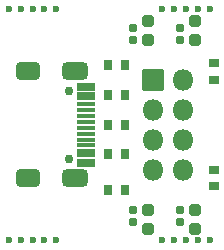
<source format=gbr>
%TF.GenerationSoftware,KiCad,Pcbnew,6.0.7+dfsg-1~bpo11+1*%
%TF.CreationDate,2022-10-12T07:12:05+00:00*%
%TF.ProjectId,0101-SERIAL-CP2102N,30313031-2d53-4455-9249-414c2d435032,V1.1*%
%TF.SameCoordinates,Original*%
%TF.FileFunction,Soldermask,Top*%
%TF.FilePolarity,Negative*%
%FSLAX46Y46*%
G04 Gerber Fmt 4.6, Leading zero omitted, Abs format (unit mm)*
G04 Created by KiCad (PCBNEW 6.0.7+dfsg-1~bpo11+1) date 2022-10-12 07:12:05*
%MOMM*%
%LPD*%
G01*
G04 APERTURE LIST*
G04 Aperture macros list*
%AMRoundRect*
0 Rectangle with rounded corners*
0 $1 Rounding radius*
0 $2 $3 $4 $5 $6 $7 $8 $9 X,Y pos of 4 corners*
0 Add a 4 corners polygon primitive as box body*
4,1,4,$2,$3,$4,$5,$6,$7,$8,$9,$2,$3,0*
0 Add four circle primitives for the rounded corners*
1,1,$1+$1,$2,$3*
1,1,$1+$1,$4,$5*
1,1,$1+$1,$6,$7*
1,1,$1+$1,$8,$9*
0 Add four rect primitives between the rounded corners*
20,1,$1+$1,$2,$3,$4,$5,0*
20,1,$1+$1,$4,$5,$6,$7,0*
20,1,$1+$1,$6,$7,$8,$9,0*
20,1,$1+$1,$8,$9,$2,$3,0*%
G04 Aperture macros list end*
%ADD10C,0.600000*%
%ADD11RoundRect,0.268750X-0.256250X0.218750X-0.256250X-0.218750X0.256250X-0.218750X0.256250X0.218750X0*%
%ADD12RoundRect,0.185000X0.185000X-0.135000X0.185000X0.135000X-0.185000X0.135000X-0.185000X-0.135000X0*%
%ADD13RoundRect,0.050000X0.300000X0.350000X-0.300000X0.350000X-0.300000X-0.350000X0.300000X-0.350000X0*%
%ADD14C,0.750000*%
%ADD15RoundRect,0.050000X-0.725000X0.300000X-0.725000X-0.300000X0.725000X-0.300000X0.725000X0.300000X0*%
%ADD16RoundRect,0.050000X-0.725000X0.150000X-0.725000X-0.150000X0.725000X-0.150000X0.725000X0.150000X0*%
%ADD17RoundRect,0.400000X-0.700000X0.350000X-0.700000X-0.350000X0.700000X-0.350000X0.700000X0.350000X0*%
%ADD18RoundRect,0.400000X-0.650000X0.350000X-0.650000X-0.350000X0.650000X-0.350000X0.650000X0.350000X0*%
%ADD19RoundRect,0.268750X0.256250X-0.218750X0.256250X0.218750X-0.256250X0.218750X-0.256250X-0.218750X0*%
%ADD20RoundRect,0.050000X-0.850000X-0.850000X0.850000X-0.850000X0.850000X0.850000X-0.850000X0.850000X0*%
%ADD21O,1.800000X1.800000*%
%ADD22RoundRect,0.185000X-0.185000X0.135000X-0.185000X-0.135000X0.185000X-0.135000X0.185000X0.135000X0*%
%ADD23RoundRect,0.050000X0.350000X-0.300000X0.350000X0.300000X-0.350000X0.300000X-0.350000X-0.300000X0*%
%ADD24RoundRect,0.050000X-0.350000X0.300000X-0.350000X-0.300000X0.350000X-0.300000X0.350000X0.300000X0*%
G04 APERTURE END LIST*
D10*
%TO.C,REF\u002A\u002A*%
X14300000Y7705000D03*
X18300000Y7705000D03*
X15300000Y7705000D03*
X17300000Y7705000D03*
X16300000Y7705000D03*
%TD*%
%TO.C,REF\u002A\u002A*%
X4300000Y7705000D03*
X3300000Y7705000D03*
X1300000Y7705000D03*
X5300000Y7705000D03*
X2300000Y7705000D03*
%TD*%
D11*
%TO.C,D1*%
X17050000Y10287500D03*
X17050000Y8712500D03*
%TD*%
D12*
%TO.C,R15*%
X15800000Y24700000D03*
X15800000Y25720000D03*
%TD*%
D13*
%TO.C,D6*%
X9700000Y17500000D03*
X11100000Y17500000D03*
%TD*%
D14*
%TO.C,J1*%
X6400000Y14600000D03*
X6400000Y20400000D03*
D15*
X7845000Y20700000D03*
X7845000Y19900000D03*
D16*
X7845000Y18750000D03*
X7845000Y17750000D03*
X7845000Y17250000D03*
X7845000Y16250000D03*
D15*
X7845000Y15100000D03*
X7845000Y14300000D03*
X7845000Y14300000D03*
X7845000Y15100000D03*
D16*
X7845000Y15750000D03*
X7845000Y16750000D03*
X7845000Y18250000D03*
X7845000Y19250000D03*
D15*
X7845000Y19900000D03*
X7845000Y20700000D03*
D17*
X6930000Y12975000D03*
D18*
X2950000Y22025000D03*
X2950000Y12975000D03*
D17*
X6930000Y22025000D03*
%TD*%
D13*
%TO.C,D8*%
X9700000Y12000000D03*
X11100000Y12000000D03*
%TD*%
D19*
%TO.C,D3*%
X13050000Y24712500D03*
X13050000Y26287500D03*
%TD*%
D20*
%TO.C,J2*%
X13525000Y21300000D03*
D21*
X16065000Y21300000D03*
X13525000Y18760000D03*
X16065000Y18760000D03*
X13525000Y16220000D03*
X16065000Y16220000D03*
X13525000Y13680000D03*
X16065000Y13680000D03*
%TD*%
D19*
%TO.C,D4*%
X17050000Y24712500D03*
X17050000Y26287500D03*
%TD*%
D10*
%TO.C,REF\u002A\u002A*%
X4300000Y27295000D03*
X1300000Y27295000D03*
X2300000Y27295000D03*
X3300000Y27295000D03*
X5300000Y27295000D03*
%TD*%
%TO.C,REF\u002A\u002A*%
X18300000Y27295000D03*
X14300000Y27295000D03*
X15300000Y27295000D03*
X17300000Y27295000D03*
X16300000Y27295000D03*
%TD*%
D22*
%TO.C,R12*%
X15800000Y10300000D03*
X15800000Y9280000D03*
%TD*%
D13*
%TO.C,D5*%
X9700000Y20000000D03*
X11100000Y20000000D03*
%TD*%
D23*
%TO.C,D10*%
X18650000Y22700000D03*
X18650000Y21300000D03*
%TD*%
D11*
%TO.C,D2*%
X13050000Y10287500D03*
X13050000Y8712500D03*
%TD*%
D22*
%TO.C,R13*%
X11800000Y10300000D03*
X11800000Y9280000D03*
%TD*%
D13*
%TO.C,D11*%
X9700000Y15000000D03*
X11100000Y15000000D03*
%TD*%
%TO.C,D9*%
X9700000Y22600000D03*
X11100000Y22600000D03*
%TD*%
D24*
%TO.C,D7*%
X18650000Y12300000D03*
X18650000Y13680000D03*
%TD*%
D12*
%TO.C,R14*%
X11800000Y24700000D03*
X11800000Y25720000D03*
%TD*%
M02*

</source>
